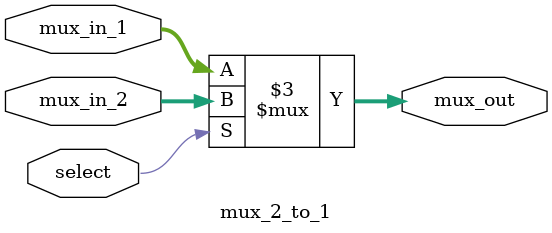
<source format=v>
module mux_2_to_1 (
  input wire[31:0] mux_in_1, 
  input wire [31:0] mux_in_2,
  input wire select,
  output reg [31:0] mux_out
);

always @(*) begin
  if(select)
    mux_out <= mux_in_2;
  else
    mux_out <= mux_in_1;
end
  
endmodule


</source>
